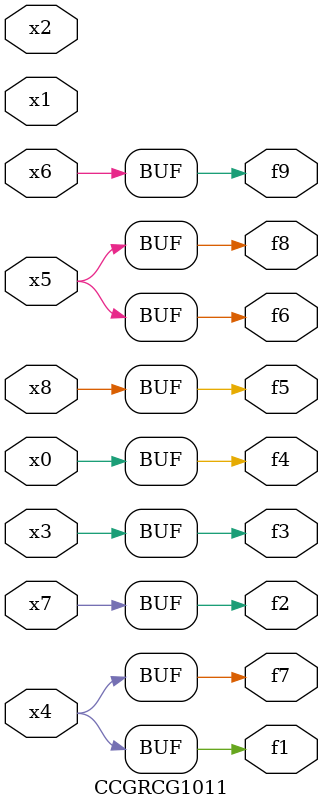
<source format=v>
module CCGRCG1011(
	input x0, x1, x2, x3, x4, x5, x6, x7, x8,
	output f1, f2, f3, f4, f5, f6, f7, f8, f9
);
	assign f1 = x4;
	assign f2 = x7;
	assign f3 = x3;
	assign f4 = x0;
	assign f5 = x8;
	assign f6 = x5;
	assign f7 = x4;
	assign f8 = x5;
	assign f9 = x6;
endmodule

</source>
